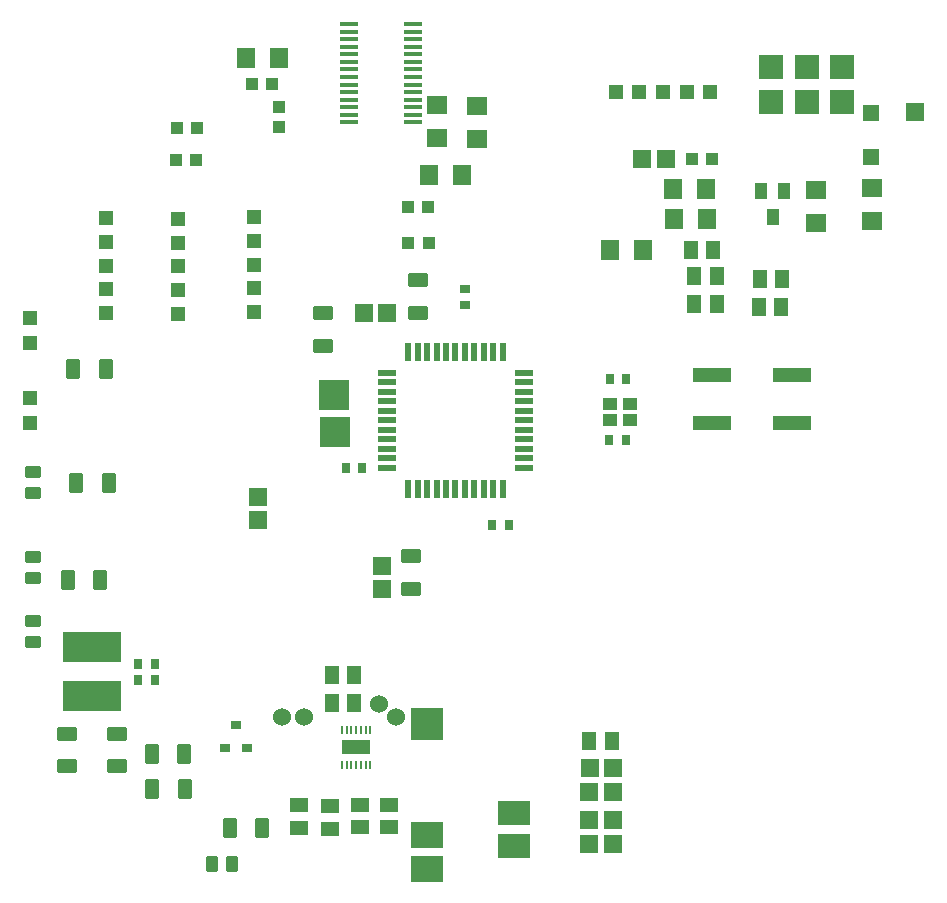
<source format=gbp>
G04 Layer_Color=128*
%FSLAX44Y44*%
%MOMM*%
G71*
G01*
G75*
%ADD10R,1.8001X1.5999*%
%ADD11C,1.5240*%
G04:AMPARAMS|DCode=15|XSize=1.75mm|YSize=1.25mm|CornerRadius=0.3125mm|HoleSize=0mm|Usage=FLASHONLY|Rotation=270.000|XOffset=0mm|YOffset=0mm|HoleType=Round|Shape=RoundedRectangle|*
%AMROUNDEDRECTD15*
21,1,1.7500,0.6250,0,0,270.0*
21,1,1.1250,1.2500,0,0,270.0*
1,1,0.6250,-0.3125,-0.5625*
1,1,0.6250,-0.3125,0.5625*
1,1,0.6250,0.3125,0.5625*
1,1,0.6250,0.3125,-0.5625*
%
%ADD15ROUNDEDRECTD15*%
G04:AMPARAMS|DCode=16|XSize=1.75mm|YSize=1.25mm|CornerRadius=0.3125mm|HoleSize=0mm|Usage=FLASHONLY|Rotation=0.000|XOffset=0mm|YOffset=0mm|HoleType=Round|Shape=RoundedRectangle|*
%AMROUNDEDRECTD16*
21,1,1.7500,0.6250,0,0,0.0*
21,1,1.1250,1.2500,0,0,0.0*
1,1,0.6250,0.5625,-0.3125*
1,1,0.6250,-0.5625,-0.3125*
1,1,0.6250,-0.5625,0.3125*
1,1,0.6250,0.5625,0.3125*
%
%ADD16ROUNDEDRECTD16*%
%ADD18R,1.3000X1.5001*%
%ADD19R,1.5001X1.3000*%
G04:AMPARAMS|DCode=20|XSize=1.4mm|YSize=1.1mm|CornerRadius=0.275mm|HoleSize=0mm|Usage=FLASHONLY|Rotation=0.000|XOffset=0mm|YOffset=0mm|HoleType=Round|Shape=RoundedRectangle|*
%AMROUNDEDRECTD20*
21,1,1.4000,0.5500,0,0,0.0*
21,1,0.8500,1.1000,0,0,0.0*
1,1,0.5500,0.4250,-0.2750*
1,1,0.5500,-0.4250,-0.2750*
1,1,0.5500,-0.4250,0.2750*
1,1,0.5500,0.4250,0.2750*
%
%ADD20ROUNDEDRECTD20*%
%ADD22R,1.5999X1.8001*%
%ADD23R,1.0000X1.1001*%
%ADD49R,1.2000X1.2000*%
%ADD50R,2.0000X2.0000*%
%ADD51R,1.5000X0.4000*%
%ADD52R,1.2000X1.1000*%
%ADD53R,1.1001X1.0000*%
%ADD54R,1.5240X1.5240*%
%ADD55R,1.2000X1.2000*%
%ADD56R,1.1999X1.1999*%
%ADD57R,0.9000X0.8000*%
%ADD58R,1.5240X1.5240*%
%ADD59R,0.8000X0.9000*%
%ADD60R,3.1999X1.1999*%
%ADD61R,5.0000X2.5400*%
G04:AMPARAMS|DCode=62|XSize=1.4mm|YSize=1.1mm|CornerRadius=0.275mm|HoleSize=0mm|Usage=FLASHONLY|Rotation=270.000|XOffset=0mm|YOffset=0mm|HoleType=Round|Shape=RoundedRectangle|*
%AMROUNDEDRECTD62*
21,1,1.4000,0.5500,0,0,270.0*
21,1,0.8500,1.1000,0,0,270.0*
1,1,0.5500,-0.2750,-0.4250*
1,1,0.5500,-0.2750,0.4250*
1,1,0.5500,0.2750,0.4250*
1,1,0.5500,0.2750,-0.4250*
%
%ADD62ROUNDEDRECTD62*%
%ADD63R,0.1999X0.7000*%
%ADD64R,2.3500X1.2700*%
%ADD65R,0.5001X1.5001*%
%ADD66R,1.5001X0.5001*%
%ADD67R,2.5000X2.5000*%
%ADD68R,1.0000X1.4000*%
%ADD69R,1.4001X1.4001*%
%ADD70R,2.8000X2.0000*%
%ADD71R,2.8000X2.8000*%
%ADD72R,2.8000X2.2000*%
%ADD137R,0.1750X0.5502*%
%ADD138R,0.1747X0.5502*%
%ADD139R,0.8001X0.4001*%
D10*
X649000Y741251D02*
D03*
Y713250D02*
D03*
X614750Y741500D02*
D03*
Y713500D02*
D03*
X936000Y642000D02*
D03*
Y670001D02*
D03*
X983500Y671251D02*
D03*
Y643250D02*
D03*
D11*
X502500Y223500D02*
D03*
X484000Y223250D02*
D03*
X580250D02*
D03*
X565750Y234500D02*
D03*
D15*
X337000Y421750D02*
D03*
X309500D02*
D03*
X334250Y518250D02*
D03*
X306750D02*
D03*
X373250Y192000D02*
D03*
X400750D02*
D03*
X401500Y162250D02*
D03*
X374000D02*
D03*
X466750Y129500D02*
D03*
X439250D02*
D03*
X329750Y339750D02*
D03*
X302250D02*
D03*
D16*
X301250Y181750D02*
D03*
Y209250D02*
D03*
X344000Y182000D02*
D03*
Y209500D02*
D03*
X593000Y359500D02*
D03*
Y332000D02*
D03*
X598500Y566000D02*
D03*
Y593500D02*
D03*
X518750Y538000D02*
D03*
Y565500D02*
D03*
D18*
X525750Y235750D02*
D03*
X544750D02*
D03*
X526000Y258750D02*
D03*
X545000D02*
D03*
X832750Y596500D02*
D03*
X851750D02*
D03*
X907000Y594500D02*
D03*
X888000D02*
D03*
X851750Y573000D02*
D03*
X832750D02*
D03*
X887500Y570500D02*
D03*
X906500D02*
D03*
X830000Y619250D02*
D03*
X849000D02*
D03*
X744000Y203250D02*
D03*
X763000D02*
D03*
D19*
X549500Y149000D02*
D03*
Y130000D02*
D03*
X524250Y148000D02*
D03*
Y129000D02*
D03*
X497750Y148750D02*
D03*
Y129750D02*
D03*
X574250Y149000D02*
D03*
Y130000D02*
D03*
D20*
X273000Y304750D02*
D03*
Y287250D02*
D03*
X272500Y359000D02*
D03*
Y341500D02*
D03*
X272750Y413250D02*
D03*
Y430750D02*
D03*
D22*
X636001Y682500D02*
D03*
X607999D02*
D03*
X481001Y781750D02*
D03*
X452999D02*
D03*
X789000Y619250D02*
D03*
X761000D02*
D03*
X843751Y645500D02*
D03*
X815750D02*
D03*
X842750Y670500D02*
D03*
X814750D02*
D03*
D23*
X480750Y723001D02*
D03*
Y739999D02*
D03*
D49*
X334500Y565750D02*
D03*
Y585750D02*
D03*
Y605750D02*
D03*
Y625750D02*
D03*
Y645750D02*
D03*
X459750Y566500D02*
D03*
Y586500D02*
D03*
Y606500D02*
D03*
Y626500D02*
D03*
Y646500D02*
D03*
X395750Y565000D02*
D03*
Y585000D02*
D03*
Y605000D02*
D03*
Y625000D02*
D03*
Y645000D02*
D03*
D50*
X897750Y744250D02*
D03*
X927750D02*
D03*
X957750D02*
D03*
X897750Y774250D02*
D03*
X927750D02*
D03*
X957750D02*
D03*
D51*
X540750Y733400D02*
D03*
Y727000D02*
D03*
Y739800D02*
D03*
Y746200D02*
D03*
Y771800D02*
D03*
Y765400D02*
D03*
Y752600D02*
D03*
Y759000D02*
D03*
Y810200D02*
D03*
Y803800D02*
D03*
X594750Y727000D02*
D03*
Y733400D02*
D03*
X540750Y797400D02*
D03*
Y791000D02*
D03*
Y778200D02*
D03*
Y784600D02*
D03*
X594750Y797400D02*
D03*
Y791000D02*
D03*
Y803800D02*
D03*
Y810200D02*
D03*
Y771800D02*
D03*
Y765400D02*
D03*
Y778200D02*
D03*
Y784600D02*
D03*
Y759000D02*
D03*
Y752600D02*
D03*
Y739800D02*
D03*
Y746200D02*
D03*
D52*
X778500Y488750D02*
D03*
X761500D02*
D03*
Y474750D02*
D03*
X778500D02*
D03*
D53*
X590501Y655000D02*
D03*
X607499D02*
D03*
X590751Y625250D02*
D03*
X607749D02*
D03*
X831001Y696000D02*
D03*
X847999D02*
D03*
X475249Y759500D02*
D03*
X458251D02*
D03*
X410749Y695000D02*
D03*
X393751D02*
D03*
X394501Y722250D02*
D03*
X411499D02*
D03*
D54*
X788750Y696250D02*
D03*
X808750D02*
D03*
X572750Y565250D02*
D03*
X552750D02*
D03*
X744250Y180750D02*
D03*
X764250D02*
D03*
X744010Y160193D02*
D03*
X764010D02*
D03*
X744000Y136000D02*
D03*
X764000D02*
D03*
X743750Y116000D02*
D03*
X763750D02*
D03*
X1020000Y735500D02*
D03*
D55*
X766250Y752500D02*
D03*
X786250D02*
D03*
X806250D02*
D03*
X826250D02*
D03*
X846250D02*
D03*
D56*
X270250Y540250D02*
D03*
Y561250D02*
D03*
X270000Y472500D02*
D03*
Y493500D02*
D03*
D57*
X638500Y586000D02*
D03*
Y572000D02*
D03*
X435250Y197000D02*
D03*
X444750Y217000D02*
D03*
X454250Y197000D02*
D03*
D58*
X568500Y351750D02*
D03*
Y331750D02*
D03*
X463000Y390000D02*
D03*
Y410000D02*
D03*
D59*
X761250Y510000D02*
D03*
X775250D02*
D03*
X551750Y434750D02*
D03*
X537750D02*
D03*
X675750Y386250D02*
D03*
X661750D02*
D03*
X362000Y254500D02*
D03*
X376000D02*
D03*
Y268250D02*
D03*
X362000D02*
D03*
X774750Y457750D02*
D03*
X760750D02*
D03*
D60*
X915750Y512750D02*
D03*
X847750D02*
D03*
X915750Y472750D02*
D03*
X847750D02*
D03*
D61*
X322750Y282960D02*
D03*
Y241040D02*
D03*
D62*
X441500Y99250D02*
D03*
X424000D02*
D03*
D63*
X558499Y212500D02*
D03*
X554501D02*
D03*
X550500D02*
D03*
X538499D02*
D03*
X546500D02*
D03*
X542500D02*
D03*
X534501D02*
D03*
X558499Y183000D02*
D03*
X554501D02*
D03*
X550500D02*
D03*
X546500D02*
D03*
X542500D02*
D03*
X538499D02*
D03*
X534501D02*
D03*
D64*
X546500Y197750D02*
D03*
D65*
X590500Y532751D02*
D03*
X598501D02*
D03*
X606499D02*
D03*
X614501D02*
D03*
X622499D02*
D03*
X630500D02*
D03*
X638501D02*
D03*
X646499D02*
D03*
X654501D02*
D03*
X662499D02*
D03*
X670500D02*
D03*
Y416749D02*
D03*
X662499D02*
D03*
X654501D02*
D03*
X646499D02*
D03*
X638501D02*
D03*
X630500D02*
D03*
X622499D02*
D03*
X614501D02*
D03*
X606499D02*
D03*
X598501D02*
D03*
X590500D02*
D03*
D66*
X688501Y514750D02*
D03*
Y506749D02*
D03*
Y498750D02*
D03*
Y490750D02*
D03*
Y482751D02*
D03*
Y474750D02*
D03*
Y466749D02*
D03*
Y458750D02*
D03*
Y450750D02*
D03*
Y442751D02*
D03*
Y434750D02*
D03*
X572499D02*
D03*
Y442751D02*
D03*
Y450750D02*
D03*
Y458750D02*
D03*
Y466749D02*
D03*
Y474750D02*
D03*
Y482751D02*
D03*
Y490750D02*
D03*
Y498750D02*
D03*
Y506749D02*
D03*
Y514750D02*
D03*
D67*
X527750Y496500D02*
D03*
X528250Y464500D02*
D03*
D68*
X908500Y669000D02*
D03*
X899000Y647000D02*
D03*
X889500Y669000D02*
D03*
D69*
X982500Y698001D02*
D03*
Y734999D02*
D03*
D70*
X680500Y142250D02*
D03*
Y114250D02*
D03*
D71*
X606500Y217250D02*
D03*
D72*
Y123250D02*
D03*
Y95250D02*
D03*
D137*
X558500Y212493D02*
D03*
X554500D02*
D03*
X542501D02*
D03*
X550499D02*
D03*
X538500D02*
D03*
X534500D02*
D03*
X558500Y182994D02*
D03*
X554500D02*
D03*
X542501D02*
D03*
X550499D02*
D03*
X538500D02*
D03*
X534500D02*
D03*
D138*
X546500Y212493D02*
D03*
Y182994D02*
D03*
D139*
X552499Y200745D02*
D03*
Y194743D02*
D03*
X540500Y200745D02*
D03*
Y194743D02*
D03*
M02*

</source>
